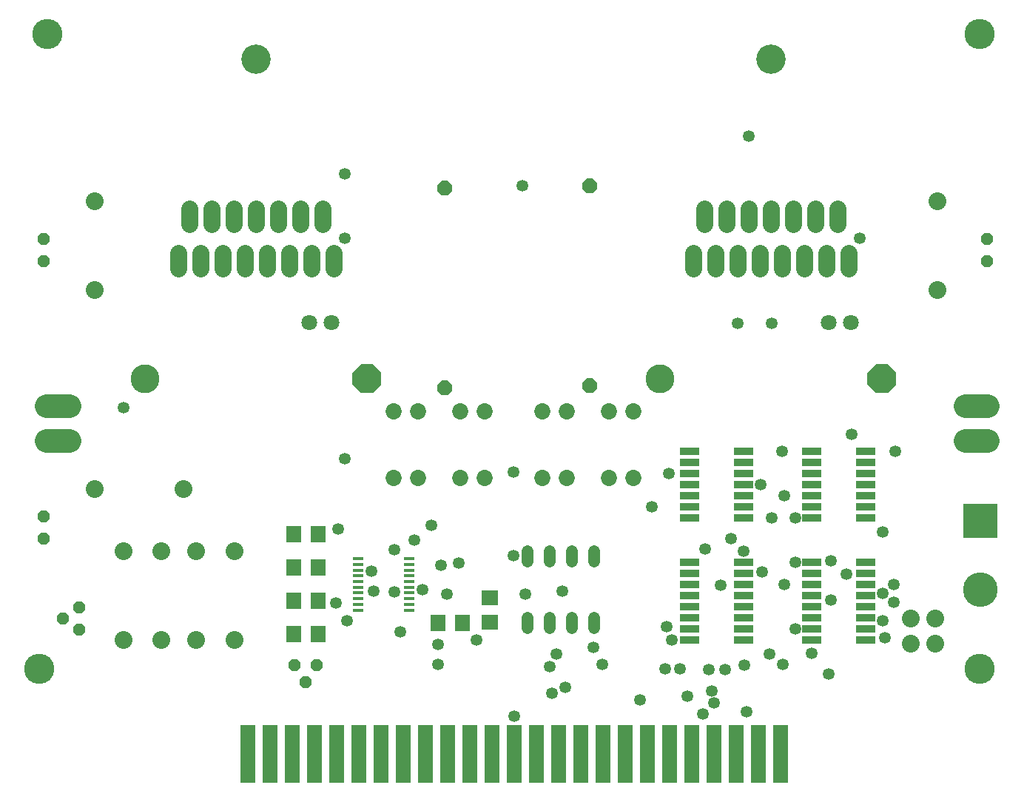
<source format=gts>
G75*
G70*
%OFA0B0*%
%FSLAX24Y24*%
%IPPOS*%
%LPD*%
%AMOC8*
5,1,8,0,0,1.08239X$1,22.5*
%
%ADD10C,0.0769*%
%ADD11C,0.1064*%
%ADD12C,0.0729*%
%ADD13OC8,0.0540*%
%ADD14C,0.0800*%
%ADD15OC8,0.0660*%
%ADD16C,0.0710*%
%ADD17C,0.1300*%
%ADD18OC8,0.1300*%
%ADD19R,0.1560X0.1560*%
%ADD20C,0.1560*%
%ADD21R,0.0860X0.0320*%
%ADD22C,0.1360*%
%ADD23R,0.0450X0.0180*%
%ADD24R,0.0690X0.0769*%
%ADD25R,0.0769X0.0690*%
%ADD26R,0.0660X0.2610*%
%ADD27C,0.1320*%
%ADD28C,0.0540*%
%ADD29C,0.0532*%
D10*
X008224Y025652D02*
X008224Y026360D01*
X009224Y026360D02*
X009224Y025652D01*
X010224Y025652D02*
X010224Y026360D01*
X011224Y026360D02*
X011224Y025652D01*
X012224Y025652D02*
X012224Y026360D01*
X013224Y026360D02*
X013224Y025652D01*
X014224Y025652D02*
X014224Y026360D01*
X015224Y026360D02*
X015224Y025652D01*
X014724Y027652D02*
X014724Y028360D01*
X013724Y028360D02*
X013724Y027652D01*
X012724Y027652D02*
X012724Y028360D01*
X011724Y028360D02*
X011724Y027652D01*
X010724Y027652D02*
X010724Y028360D01*
X009724Y028360D02*
X009724Y027652D01*
X008724Y027652D02*
X008724Y028360D01*
X031453Y026360D02*
X031453Y025652D01*
X032453Y025652D02*
X032453Y026360D01*
X033453Y026360D02*
X033453Y025652D01*
X034453Y025652D02*
X034453Y026360D01*
X035453Y026360D02*
X035453Y025652D01*
X036453Y025652D02*
X036453Y026360D01*
X037453Y026360D02*
X037453Y025652D01*
X038453Y025652D02*
X038453Y026360D01*
X037953Y027652D02*
X037953Y028360D01*
X036953Y028360D02*
X036953Y027652D01*
X035953Y027652D02*
X035953Y028360D01*
X034953Y028360D02*
X034953Y027652D01*
X033953Y027652D02*
X033953Y028360D01*
X032953Y028360D02*
X032953Y027652D01*
X031953Y027652D02*
X031953Y028360D01*
D11*
X043716Y019471D02*
X044720Y019471D01*
X044720Y017911D02*
X043716Y017911D01*
X003323Y017911D02*
X002319Y017911D01*
X002319Y019471D02*
X003323Y019471D01*
D12*
X017934Y019241D03*
X019034Y019241D03*
X020934Y019241D03*
X022034Y019241D03*
X024634Y019241D03*
X025734Y019241D03*
X027634Y019241D03*
X028734Y019241D03*
X028734Y016241D03*
X027634Y016241D03*
X025734Y016241D03*
X024634Y016241D03*
X022034Y016241D03*
X020934Y016241D03*
X019034Y016241D03*
X017934Y016241D03*
D13*
X014484Y007791D03*
X013984Y007041D03*
X013484Y007791D03*
X003784Y009391D03*
X003034Y009891D03*
X003784Y010391D03*
X002184Y013491D03*
X002184Y014491D03*
X002184Y025991D03*
X002184Y026991D03*
X044684Y026991D03*
X044684Y025991D03*
D14*
X042434Y024691D03*
X042434Y028691D03*
X042334Y009911D03*
X041234Y009911D03*
X041234Y008771D03*
X042334Y008771D03*
X010784Y008941D03*
X009034Y008941D03*
X007484Y008941D03*
X005784Y008941D03*
X005784Y012941D03*
X007484Y012941D03*
X009034Y012941D03*
X010784Y012941D03*
X008484Y015741D03*
X004484Y015741D03*
X004484Y024691D03*
X004484Y028691D03*
D15*
X020234Y029291D03*
X026784Y029391D03*
X026784Y020391D03*
X020234Y020291D03*
D16*
X015134Y023241D03*
X014134Y023241D03*
X037534Y023241D03*
X038534Y023241D03*
D17*
X029944Y020691D03*
X006724Y020691D03*
D18*
X016724Y020691D03*
X039944Y020691D03*
D19*
X044369Y014311D03*
D20*
X044369Y011206D03*
D21*
X039194Y011441D03*
X039194Y010941D03*
X039194Y010441D03*
X039194Y009941D03*
X039194Y009441D03*
X039194Y008941D03*
X036774Y008941D03*
X036774Y009441D03*
X036774Y009941D03*
X036774Y010441D03*
X036774Y010941D03*
X036774Y011441D03*
X036774Y011941D03*
X036774Y012441D03*
X036774Y014441D03*
X036774Y014941D03*
X036774Y015441D03*
X036774Y015941D03*
X036774Y016441D03*
X036774Y016941D03*
X036774Y017441D03*
X039194Y017441D03*
X039194Y016941D03*
X039194Y016441D03*
X039194Y015941D03*
X039194Y015441D03*
X039194Y014941D03*
X039194Y014441D03*
X039194Y012441D03*
X039194Y011941D03*
X033694Y011941D03*
X033694Y011441D03*
X033694Y010941D03*
X033694Y010441D03*
X033694Y009941D03*
X033694Y009441D03*
X033694Y008941D03*
X031274Y008941D03*
X031274Y009441D03*
X031274Y009941D03*
X031274Y010441D03*
X031274Y010941D03*
X031274Y011441D03*
X031274Y011941D03*
X031274Y012441D03*
X031274Y014441D03*
X031274Y014941D03*
X031274Y015441D03*
X031274Y015941D03*
X031274Y016441D03*
X031274Y016941D03*
X031274Y017441D03*
X033694Y017441D03*
X033694Y016941D03*
X033694Y016441D03*
X033694Y015941D03*
X033694Y015441D03*
X033694Y014941D03*
X033694Y014441D03*
X033694Y012441D03*
D22*
X001984Y007628D03*
X002324Y036240D03*
X044323Y036240D03*
X044323Y007628D03*
D23*
X018633Y010284D03*
X018633Y010539D03*
X018633Y010795D03*
X018633Y011051D03*
X018633Y011307D03*
X018633Y011563D03*
X018633Y011819D03*
X018633Y012075D03*
X018633Y012331D03*
X018633Y012587D03*
X016335Y012587D03*
X016335Y012331D03*
X016335Y012075D03*
X016335Y011819D03*
X016335Y011563D03*
X016335Y011307D03*
X016335Y011051D03*
X016335Y010795D03*
X016335Y010539D03*
X016335Y010284D03*
D24*
X014535Y010691D03*
X013433Y010691D03*
X013433Y009191D03*
X014535Y009191D03*
X014535Y012191D03*
X013433Y012191D03*
X013433Y013691D03*
X014535Y013691D03*
X019933Y009691D03*
X021035Y009691D03*
D25*
X022284Y009740D03*
X022284Y010842D03*
D26*
X022378Y003800D03*
X023378Y003800D03*
X024378Y003800D03*
X025378Y003800D03*
X026378Y003800D03*
X027378Y003800D03*
X028378Y003800D03*
X029378Y003800D03*
X030378Y003800D03*
X031378Y003800D03*
X032378Y003800D03*
X033378Y003800D03*
X034378Y003800D03*
X035378Y003800D03*
X021378Y003800D03*
X020378Y003800D03*
X019378Y003800D03*
X018378Y003800D03*
X017378Y003800D03*
X016378Y003800D03*
X015378Y003800D03*
X014378Y003800D03*
X013378Y003800D03*
X012378Y003800D03*
X011378Y003800D03*
D27*
X011724Y035116D03*
X034953Y035116D03*
D28*
X026984Y012931D02*
X026984Y012451D01*
X025984Y012451D02*
X025984Y012931D01*
X024984Y012931D02*
X024984Y012451D01*
X023984Y012451D02*
X023984Y012931D01*
X023984Y009931D02*
X023984Y009451D01*
X024984Y009451D02*
X024984Y009931D01*
X025984Y009931D02*
X025984Y009451D01*
X026984Y009451D02*
X026984Y009931D01*
D29*
X026934Y008591D03*
X027334Y007841D03*
X025684Y006791D03*
X025084Y006541D03*
X023384Y005491D03*
X024984Y007741D03*
X025284Y008291D03*
X025534Y011141D03*
X023884Y010991D03*
X023334Y012741D03*
X020884Y012391D03*
X020084Y012291D03*
X020334Y010991D03*
X019234Y011191D03*
X017984Y011091D03*
X017034Y011141D03*
X016934Y012041D03*
X017984Y012991D03*
X018884Y013441D03*
X019634Y014091D03*
X015434Y013941D03*
X015734Y017091D03*
X023334Y016491D03*
X029584Y014941D03*
X030334Y016441D03*
X033134Y013491D03*
X033694Y012941D03*
X034534Y011991D03*
X035534Y011441D03*
X036034Y012441D03*
X037634Y012491D03*
X038334Y011891D03*
X037634Y010741D03*
X036034Y009441D03*
X036784Y008341D03*
X037534Y007391D03*
X035484Y007841D03*
X034884Y008291D03*
X033734Y007791D03*
X032884Y007591D03*
X032134Y007591D03*
X032284Y006641D03*
X032384Y006091D03*
X031884Y005591D03*
X031184Y006391D03*
X030834Y007641D03*
X030184Y007641D03*
X029034Y006241D03*
X030484Y008941D03*
X030234Y009541D03*
X032684Y011391D03*
X031984Y013041D03*
X034984Y014441D03*
X036034Y014441D03*
X035534Y015441D03*
X034484Y015941D03*
X035434Y017441D03*
X038584Y018191D03*
X040534Y017441D03*
X039984Y013791D03*
X040484Y011441D03*
X039984Y011041D03*
X040484Y010641D03*
X039984Y009791D03*
X040084Y009041D03*
X033834Y005691D03*
X021684Y008941D03*
X019934Y008741D03*
X019934Y007841D03*
X018234Y009291D03*
X015834Y009791D03*
X015334Y010591D03*
X005784Y019391D03*
X015734Y027041D03*
X015734Y029941D03*
X023734Y029391D03*
X033434Y023191D03*
X034984Y023191D03*
X038934Y027041D03*
X033934Y031641D03*
M02*

</source>
